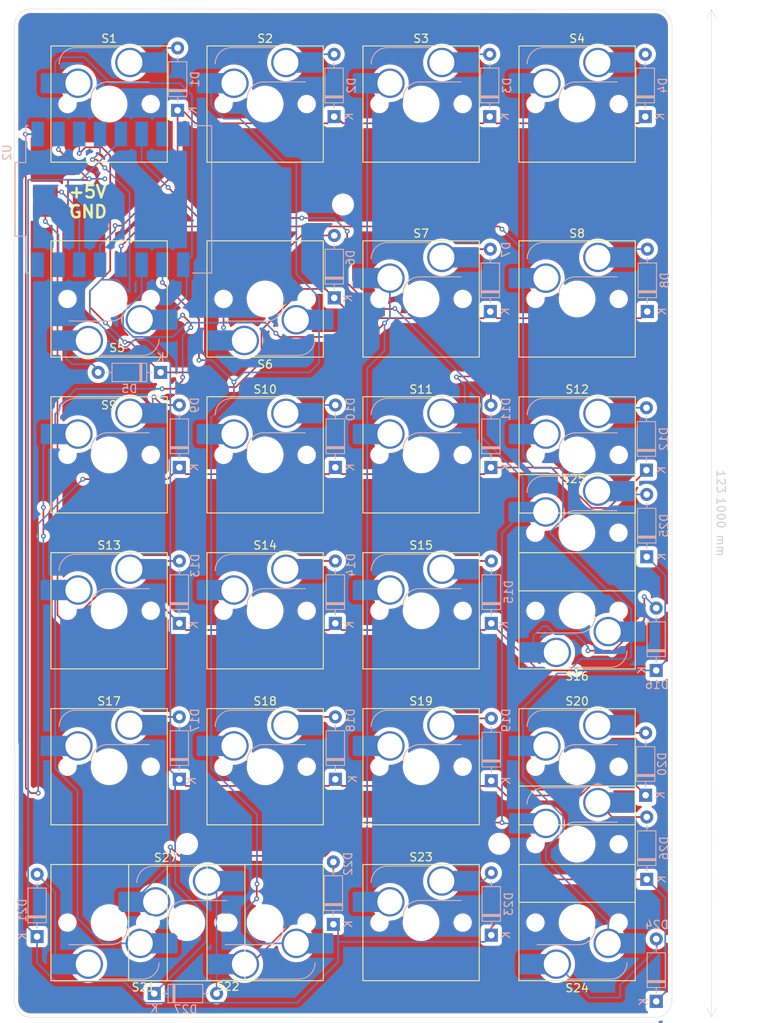
<source format=kicad_pcb>
(kicad_pcb (version 20240108) (generator "pcbnew") (generator_version "8.0")
  (layers (0 "F.Cu" signal) (31 "B.Cu" signal) (34 "B.Paste" user) (35 "F.Paste" user) (36 "B.SilkS" user "B.Silkscreen") (37 "F.SilkS" user "F.Silkscreen") (38 "B.Mask" user) (39 "F.Mask" user) (44 "Edge.Cuts" user))
  (net 0 "")
  (net 1 "Net-(D1-A)")
  (net 2 "Linha 0")
  (net 3 "Net-(D2-A)")
  (net 4 "Net-(D3-A)")
  (net 5 "Net-(D4-A)")
  (net 6 "Net-(D5-A)")
  (net 7 "Linha 1")
  (net 8 "Net-(D6-A)")
  (net 9 "Net-(D7-A)")
  (net 10 "Net-(D8-A)")
  (net 11 "Net-(D9-A)")
  (net 12 "Linha 2")
  (net 13 "Net-(D10-A)")
  (net 14 "Net-(D11-A)")
  (net 15 "Net-(D12-A)")
  (net 16 "Linha 3")
  (net 17 "Net-(D13-A)")
  (net 18 "Net-(D14-A)")
  (net 19 "Net-(D15-A)")
  (net 20 "Net-(D16-A)")
  (net 21 "Linha 4")
  (net 22 "Net-(D18-A)")
  (net 23 "Coluna 0")
  (net 24 "Coluna 1")
  (net 25 "Coluna 2")
  (net 26 "Coluna 3")
  (net 27 "Alimentação +")
  (net 28 "Linha 5")
  (net 29 "Alimentação -")
  (net 30 "Net-(D17-A)")
  (net 31 "Net-(D19-A)")
  (net 32 "Net-(D20-A)")
  (net 33 "Net-(D21-A)")
  (net 36 "Coluna 4")
  (net 38 "Net-(D22-A)")
  (net 39 "Net-(D23-A)")
  (net 40 "Net-(D24-A)")
  (net 41 "Net-(D25-A)")
  (net 42 "Net-(D26-A)")
  (net 43 "Net-(D27-A)")
  (footprint "ScottoKeebs_Hotswap:Hotswap_MX_Plated_1.00u" (layer "F.Cu") (at 93.485 38.6425)
    (property "Reference" "S4")
    (property "Value" "Keyswitch")
  )
  (footprint "ScottoKeebs_Hotswap:Hotswap_MX_Plated_1.00u" (layer "F.Cu") (at 74.435 100.555)
    (property "Reference" "S15")
    (property "Value" "Keyswitch")
  )
  (footprint "ScottoKeebs_Hotswap:Hotswap_MX_Plated_1.00u" (layer "F.Cu") (at 45.82 138.66)
    (property "Reference" "S27")
    (property "Value" "Keyswitch")
  )
  (footprint "ScottoKeebs_Hotswap:Hotswap_MX_Plated_1.00u" (layer "F.Cu") (at 93.48 100.56 180)
    (property "Reference" "S16")
    (property "Value" "Keyswitch")
  )
  (footprint "ScottoKeebs_Hotswap:Hotswap_MX_Plated_1.00u" (layer "F.Cu") (at 36.335 62.455 180)
    (property "Reference" "S5")
    (property "Value" "Keyswitch")
  )
  (footprint "ScottoKeebs_Hotswap:Hotswap_MX_Plated_1.00u" (layer "F.Cu") (at 36.335 38.6425)
    (property "Reference" "S1")
    (property "Value" "Keyswitch")
  )
  (footprint "ScottoKeebs_Hotswap:Hotswap_MX_Plated_1.00u" (layer "F.Cu") (at 55.385 38.6425)
    (property "Reference" "S2")
    (property "Value" "Keyswitch")
  )
  (footprint "ScottoKeebs_Hotswap:Hotswap_MX_Plated_1.00u" (layer "F.Cu") (at 36.335 119.605)
    (property "Reference" "S17")
    (property "Value" "Keyswitch")
  )
  (footprint "" (layer "F.Cu") (at 45.85 129.05)
    (property "Reference" "")
    (property "Value" "")
  )
  (footprint "ScottoKeebs_Hotswap:Hotswap_MX_Plated_1.00u" (layer "F.Cu") (at 93.48 138.65 180)
    (property "Reference" "S24")
    (property "Value" "Keyswitch")
  )
  (footprint "" (layer "F.Cu") (at 83.97 129.02)
    (property "Reference" "")
    (property "Value" "")
  )
  (footprint "ScottoKeebs_Hotswap:Hotswap_MX_Plated_1.00u" (layer "F.Cu") (at 93.46 91.02)
    (property "Reference" "S25")
    (property "Value" "Keyswitch")
  )
  (footprint "ScottoKeebs_Hotswap:Hotswap_MX_Plated_1.00u" (layer "F.Cu") (at 55.385 100.555)
    (property "Reference" "S14")
    (property "Value" "Keyswitch")
  )
  (footprint "ScottoKeebs_Hotswap:Hotswap_MX_Plated_1.00u" (layer "F.Cu") (at 74.43 138.65)
    (property "Reference" "S23")
    (property "Value" "Keyswitch")
  )
  (footprint "ScottoKeebs_Hotswap:Hotswap_MX_Plated_1.00u" (layer "F.Cu") (at 74.435 38.6425)
    (property "Reference" "S3")
    (property "Value" "Keyswitch")
  )
  (footprint "ScottoKeebs_Hotswap:Hotswap_MX_Plated_1.00u" (layer "F.Cu") (at 55.385 119.605)
    (property "Reference" "S18")
    (property "Value" "Keyswitch")
  )
  (footprint "ScottoKeebs_Hotswap:Hotswap_MX_Plated_1.00u" (layer "F.Cu") (at 93.48 129.07)
    (property "Reference" "S26")
    (property "Value" "Keyswitch")
  )
  (footprint "ScottoKeebs_Hotswap:Hotswap_MX_Plated_1.00u" (layer "F.Cu") (at 36.335 100.555)
    (property "Reference" "S13")
    (property "Value" "Keyswitch")
  )
  (footprint "ScottoKeebs_Hotswap:Hotswap_MX_Plated_1.00u" (layer "F.Cu") (at 36.33 138.65 180)
    (property "Reference" "S21")
    (property "Value" "Keyswitch")
  )
  (footprint "ScottoKeebs_Hotswap:Hotswap_MX_Plated_1.00u" (layer "F.Cu") (at 55.385 81.505)
    (property "Reference" "S10")
    (property "Value" "Keyswitch")
  )
  (footprint "ScottoKeebs_Hotswap:Hotswap_MX_Plated_1.00u" (layer "F.Cu") (at 93.48 119.61)
    (property "Reference" "S20")
    (property "Value" "Keyswitch")
  )
  (footprint "ScottoKeebs_Hotswap:Hotswap_MX_Plated_1.00u" (layer "F.Cu") (at 55.385 62.455 180)
    (property "Reference" "S6")
    (property "Value" "Keyswitch")
  )
  (footprint "" (layer "F.Cu") (at 64.89 50.92)
    (property "Reference" "")
    (property "Value" "")
  )
  (footprint "ScottoKeebs_Hotswap:Hotswap_MX_Plated_1.00u" (layer "F.Cu") (at 74.435 81.505)
    (property "Reference" "S11")
    (property "Value" "Keyswitch")
  )
  (footprint "ScottoKeebs_Hotswap:Hotswap_MX_Plated_1.00u" (layer "F.Cu") (at 55.39 138.65 180)
    (property "Reference" "S22")
    (property "Value" "Keyswitch")
  )
  (footprint "ScottoKeebs_Hotswap:Hotswap_MX_Plated_1.00u" (layer "F.Cu") (at 93.4925 81.51)
    (property "Reference" "S12")
    (property "Value" "Keyswitch")
  )
  (footprint "ScottoKeebs_Hotswap:Hotswap_MX_Plated_1.00u" (layer "F.Cu") (at 74.435 62.455)
    (property "Reference" "S7")
    (property "Value" "Keyswitch")
  )
  (footprint "ScottoKeebs_Hotswap:Hotswap_MX_Plated_1.00u" (layer "F.Cu") (at 93.485 62.455)
    (property "Reference" "S8")
    (property "Value" "Keyswitch")
  )
  (footprint "ScottoKeebs_Hotswap:Hotswap_MX_Plated_1.00u" (layer "F.Cu") (at 74.435 119.605)
    (property "Reference" "S19")
    (property "Value" "Keyswitch")
  )
  (footprint "ScottoKeebs_Hotswap:Hotswap_MX_Plated_1.00u" (layer "F.Cu") (at 36.335 81.505)
    (property "Reference" "S9")
    (property "Value" "Keyswitch")
  )
  (footprint "Diode_THT:D_DO-35_SOD27_P7.62mm_Horizontal" (layer "B.Cu") (at 44.91 121.14 90)
    (property "Reference" "D17")
    (property "Value" "Diode")
  )
  (footprint "Diode_THT:D_DO-35_SOD27_P7.62mm_Horizontal" (layer "B.Cu") (at 44.91 102.09 90)
    (property "Reference" "D13")
    (property "Value" "Diode")
  )
  (footprint "Diode_THT:D_DO-35_SOD27_P7.62mm_Horizontal" (layer "B.Cu") (at 82.96 83.05 90)
    (property "Reference" "D11")
    (property "Value" "Diode")
  )
  (footprint "Diode_THT:D_DO-35_SOD27_P7.62mm_Horizontal" (layer "B.Cu") (at 63.96 102.09 90)
    (property "Reference" "D14")
    (property "Value" "Diode")
  )
  (footprint "Diode_THT:D_DO-35_SOD27_P7.62mm_Horizontal" (layer "B.Cu") (at 83.01 121.32 90)
    (property "Reference" "D19")
    (property "Value" "Diode")
  )
  (footprint "Diode_THT:D_DO-35_SOD27_P7.62mm_Horizontal" (layer "B.Cu") (at 101.81 40.18 90)
    (property "Reference" "D4")
    (property "Value" "Diode")
  )
  (footprint "Diode_THT:D_DO-35_SOD27_P7.62mm_Horizontal" (layer "B.Cu") (at 44.7 39.41 90)
    (property "Reference" "D1")
    (property "Value" "Diode")
  )
  (footprint "Diode_THT:D_DO-35_SOD27_P7.62mm_Horizontal" (layer "B.Cu") (at 103.15 148.27 90)
    (property "Reference" "D24")
    (property "Value" "Diode")
  )
  (footprint "Diode_THT:D_DO-35_SOD27_P7.62mm_Horizontal" (layer "B.Cu") (at 83.01 102.09 90)
    (property "Reference" "D15")
    (property "Value" "Diode")
  )
  (footprint "Diode_THT:D_DO-35_SOD27_P7.62mm_Horizontal" (layer "B.Cu") (at 101.855 123.09 90)
    (property "Reference" "D20")
    (property "Value" "Diode")
  )
  (footprint "Diode_THT:D_DO-35_SOD27_P7.62mm_Horizontal" (layer "B.Cu") (at 41.84 147.32)
    (property "Reference" "D27")
    (property "Value" "Diode")
  )
  (footprint "" (layer "B.Cu") (at 28.54 49.4 180)
    (property "Reference" "")
    (property "Value" "")
  )
  (footprint "Diode_THT:D_DO-35_SOD27_P7.62mm_Horizontal" (layer "B.Cu") (at 63.81 40.18 90)
    (property "Reference" "D2")
    (property "Value" "Diode")
  )
  (footprint "Diode_THT:D_DO-35_SOD27_P7.62mm_Horizontal" (layer "B.Cu") (at 63.96 121.14 90)
    (property "Reference" "D18")
    (property "Value" "Diode")
  )
  (footprint "Diode_THT:D_DO-35_SOD27_P7.62mm_Horizontal" (layer "B.Cu") (at 63.72 138.86 90)
    (property "Reference" "D22")
    (property "Value" "Diode")
  )
  (footprint "Diode_THT:D_DO-35_SOD27_P7.62mm_Horizontal" (layer "B.Cu") (at 63.96 83.04 90)
    (property "Reference" "D10")
    (property "Value" "Diode")
  )
  (footprint "Diode_THT:D_DO-35_SOD27_P7.62mm_Horizontal" (layer "B.Cu") (at 101.99 93.96 90)
    (property "Reference" "D25")
    (property "Value" "Diode")
  )
  (footprint "Diode_THT:D_DO-35_SOD27_P7.62mm_Horizontal" (layer "B.Cu") (at 101.95 83.37 90)
    (property "Reference" "D12")
    (property "Value" "Diode")
  )
  (footprint "Diode_THT:D_DO-35_SOD27_P7.62mm_Horizontal" (layer "B.Cu") (at 101.99 133.37 90)
    (property "Reference" "D26")
    (property "Value" "Diode")
  )
  (footprint "Diode_THT:D_DO-35_SOD27_P7.62mm_Horizontal" (layer "B.Cu") (at 44.91 83.04 90)
    (property "Reference" "D9")
    (property "Value" "Diode")
  )
  (footprint "Diode_THT:D_DO-35_SOD27_P7.62mm_Horizontal" (layer "B.Cu") (at 27.54 140.36 90)
    (property "Reference" "D21")
    (property "Value" "Diode")
  )
  (footprint "Diode_THT:D_DO-35_SOD27_P7.62mm_Horizontal" (layer "B.Cu") (at 42.62 71.43 180)
    (property "Reference" "D5")
    (property "Value" "Diode" (hide yes))
  )
  (footprint "Diode_THT:D_DO-35_SOD27_P7.62mm_Horizontal" (layer "B.Cu") (at 82.885 63.99 90)
    (property "Reference" "D7")
    (property "Value" "Diode")
  )
  (footprint "Diode_THT:D_DO-35_SOD27_P7.62mm_Horizontal" (layer "B.Cu") (at 82.81 40.18 90)
    (property "Reference" "D3")
    (property "Value" "Diode")
  )
  (footprint "ESP32-C3-SuperMini:ESP32-C3_SUPERMINI" (layer "B.Cu") (at 37.51 50.29 -90)
    (property "Reference" "U2")
    (property "Value" "ESP32-C3_SUPERMINI_SMD" (hide yes))
  )
  (footprint "" (layer "B.Cu") (at 28.54 51.65 180)
    (property "Reference" "")
    (property "Value" "")
  )
  (footprint "Diode_THT:D_DO-35_SOD27_P7.62mm_Horizontal" (layer "B.Cu") (at 103.14 107.84 90)
    (property "Reference" "D16")
    (property "Value" "Diode")
  )
  (footprint "Diode_THT:D_DO-35_SOD27_P7.62mm_Horizontal" (layer "B.Cu") (at 63.83 62.32 90)
    (property "Reference" "D6")
    (property "Value" "Diode")
  )
  (footprint "Diode_THT:D_DO-35_SOD27_P7.62mm_Horizontal" (layer "B.Cu") (at 83.005 140.185 90)
    (property "Reference" "D23")
    (property "Value" "Diode")
  )
  (footprint "Diode_THT:D_DO-35_SOD27_P7.62mm_Horizontal" (layer "B.Cu") (at 102.06 63.99 90)
    (property "Reference" "D8")
    (property "Value" "Diode")
  )
  (gr_arc (start 24.747001 29.049) (mid 25.3617 27.618465) (end 26.798958 27.019652) (stroke (width 0.05)) (layer "Edge.Cuts"))
  (gr_line (start 24.81 122.18) (end 24.736 148.19) (stroke (width 0.05)) (layer "Edge.Cuts"))
  (gr_line (start 26.799 27.024) (end 103.005 27.058) (stroke (width 0.05)) (layer "Edge.Cuts"))
  (gr_arc (start 26.812982 150.243207) (mid 25.354448 149.641511) (end 24.736 148.19) (stroke (width 0.05)) (layer "Edge.Cuts"))
  (gr_arc (start 103.005 27.058) (mid 104.456621 27.653332) (end 105.070837 29.097065) (stroke (width 0.05)) (layer "Edge.Cuts"))
  (gr_line (start 26.813 150.237) (end 102.996 150.235) (stroke (width 0.05)) (layer "Edge.Cuts"))
  (gr_arc (start 105.075152 148.181) (mid 104.464639 149.642317) (end 102.996 150.235) (stroke (width 0.05)) (layer "Edge.Cuts"))
  (gr_line (start 24.742 116.94) (end 24.747 29.049) (stroke (width 0.05)) (layer "Edge.Cuts"))
  (gr_line (start 24.81 122.18) (end 24.81 116.93) (stroke (width 0.05)) (layer "Edge.Cuts"))
  (gr_line (start 105.074 148.181) (end 105.076 29.097) (stroke (width 0.05)) (layer "Edge.Cuts"))
  (gr_text "GND" (at 31.28 52.68 0) (layer "F.SilkS") (effects (font (size 1.5 1.5) (thickness 0.3) (bold yes)) (justify left bottom)))
  (gr_text "+5V\n" (at 31.24 50.24 0) (layer "F.SilkS") (effects (font (size 1.5 1.5) (thickness 0.3) (bold yes)) (justify left bottom)))
  (dimension (type aligned) (layer "Edge.Cuts") (pts (xy 109.876 27.083) (xy 109.906 150.183)) (height -0.001465) (gr_text "123,1000 mm" (at 111.042465 88.63272 270.0139632) (layer "Edge.Cuts") (effects (font (size 1 1) (thickness 0.15)))) (format (prefix "") (suffix "") (units 3) (units_format 1) (precision 4)) (style (thickness 0.05) (arrow_length 1.27) (text_position_mode 0) (extension_height 0.58642) (extension_offset 0.5) keep_text_aligned))
  (segment (start 44.7 31.79) (end 43.4275 31.79) (width 0.2) (layer "B.Cu") (net 1))
  (segment (start 43.4275 31.79) (end 41.655 33.5625) (width 0.2) (layer "B.Cu") (net 1))
  (segment (start 62.9975 40.9925) (end 63.81 40.18) (width 0.2) (layer "F.Cu") (net 2))
  (segment (start 82.81 40.18) (end 83.6225 40.9925) (width 0.2) (layer "F.Cu") (net 2))
  (segment (start 81.9975 40.9925) (end 82.81 40.18) (width 0.2) (layer "F.Cu") (net 2))
  (segment (start 37.067015 53.5) (end 37.957015 53.5) (width 0.2) (layer "F.Cu") (net 2))
  (segment (start 83.6225 40.9925) (end 100.9975 40.9925) (width 0.2) (layer "F.Cu") (net 2))
  (segment (start 45.29 39.41) (end 46.8725 40.9925) (width 0.2) (layer "F.Cu") (net 2))
  (segment (start 63.81 40.18) (end 64.06 40.18) (width 0.2) (layer "F.Cu") (net 2))
  (segment (start 44.7 46.757015) (end 44.7 39.41) (width 0.2) (layer "F.Cu") (net 2))
  (segment (start 44.7 39.41) (end 45.29 39.41) (width 0.2) (layer "F.Cu") (net 2))
  (segment (start 100.9975 40.9925) (end 101.81 40.18) (width 0.2) (layer "F.Cu") (net 2))
  (segment (start 46.8725 40.9925) (end 62.9975 40.9925) (width 0.2) (layer "F.Cu") (net 2))
  (segment (start 64.06 40.18) (end 64.8725 40.9925) (width 0.2) (layer "F.Cu") (net 2))
  (segment (start 64.8725 40.9925) (end 81.9975 40.9925) (width 0.2) (layer "F.Cu") (net 2))
  (segment (start 37.957015 53.5) (end 44.7 46.757015) (width 0.2) (layer "F.Cu") (net 2))
  (via (at 37.067015 53.5) (size 0.6) (drill 0.3) (layers "F.Cu" "B.Cu") (net 2))
  (segment (start 37.067015 54.062985) (end 35.23 55.9) (width 0.2) (layer "B.Cu") (net 2))
  (segment (start 37.067015 53.5) (end 37.067015 54.062985) (width 0.2) (layer "B.Cu") (net 2))
  (segment (start 35.23 55.9) (end 35.23 58.275) (width 0.2) (layer "B.Cu") (net 2))
  (segment (start 58.9275 32.56) (end 57.925 33.5625) (width 0.2) (layer "F.Cu") (net 3))
  (segment (start 61.7075 32.56) (end 60.705 33.5625) (width 0.2) (layer "B.Cu") (net 3))
  (segment (start 63.81 32.56) (end 61.7075 32.56) (width 0.2) (layer "B.Cu") (net 3))
  (segment (start 77.9775 32.56) (end 76.975 33.5625) (width 0.2) (layer "F.Cu") (net 4))
  (segment (start 82.81 32.56) (end 80.7575 32.56) (width 0.2) (layer "B.Cu") (net 4))
  (segment (start 80.7575 32.56) (end 79.755 33.5625) (width 0.2) (layer "B.Cu") (net 4))
  (segment (start 97.0275 32.56) (end 96.025 33.5625) (width 0.2) (layer "F.Cu") (net 5))
  (segment (start 34.578402 67.535) (end 33.795 67.535) (width 0.2) (layer "F.Cu") (net 6))
  (segment (start 31.015 69.635) (end 31.015 67.535) (width 0.2) (layer "B.Cu") (net 6))
  (segment (start 31.81 70.43) (end 31.015 69.635) (width 0.2) (layer "B.Cu") (net 6))
  (segment (start 34.31 70.43) (end 31.81 70.43) (width 0.2) (layer "B.Cu") (net 6))
  (segment (start 35 71.43) (end 35 71.12) (width 0.2) (layer "B.Cu") (net 6))
  (segment (start 35 71.12) (end 34.31 70.43) (width 0.2) (layer "B.Cu") (net 6))
  (segment (start 83.7 64.805) (end 101.245 64.805) (width 0.2) (layer "F.Cu") (net 7))
  (segment (start 38.264265 67.724265) (end 38.914265 67.724265) (width 0.2) (layer "F.Cu") (net 7))
  (segment (start 33.985 63.465) (end 35.892436 65.372436) (width 0.2) (layer "F.Cu") (net 7))
  (segment (start 51.823529 73.215) (end 48.985 73.215) (width 0.2) (layer "F.Cu") (net 7))
  (segment (start 36.467015 44.938486) (end 36.467015 58.999583) (width 0.2) (layer "F.Cu") (net 7))
  (segment (start 36.467015 58.999583) (end 33.985 61.481598) (width 0.2) (layer "F.Cu") (net 7))
  (segment (start 63.83 62.32) (end 62.74 61.23) (width 0.2) (layer "F.Cu") (net 7))
  (segment (start 82.07 64.805) (end 82.885 63.99) (width 0.2) (layer "F.Cu") (net 7))
  (segment (start 33.44 43.93) (end 35.458529 43.93) (width 0.2) (layer "F.Cu") (net 7))
  (segment (start 54.945 66.242588) (end 54.945 70.093529) (width 0.2) (layer "F.Cu") (net 7))
  (segment (start 48.985 73.215) (end 47.2 71.43) (width 0.2) (layer "F.Cu") (net 7))
  (segment (start 66.315 64.805) (end 82.07 64.805) (width 0.2) (layer "F.Cu") (net 7))
  (segment (start 32.69 44.68) (end 33.44 43.93) (width 0.2) (layer "F.Cu") (net 7))
  (segment (start 47.2 71.43) (end 42.62 71.43) (width 0.2) (layer "F.Cu") (net 7))
  (segment (start 33.985 61.481598) (end 33.985 63.465) (width 0.2) (layer "F.Cu") (net 7))
  (segment (start 101.245 64.805) (end 102.06 63.99) (width 0.2) (layer "F.Cu") (net 7))
  (segment (start 63.83 62.32) (end 66.315 64.805) (width 0.2) (layer "F.Cu") (net 7))
  (segment (start 62.74 61.23) (end 59.957588 61.23) (width 0.2) (layer "F.Cu") (net 7))
  (segment (start 59.957588 61.23) (end 54.945 66.242588) (width 0.2) (layer "F.Cu") (net 7))
  (segment (start 54.945 70.093529) (end 51.823529 73.215) (width 0.2) (layer "F.Cu") (net 7))
  (segment (start 82.885 63.99) (end 83.7 64.805) (width 0.2) (layer "F.Cu") (net 7))
  (segment (start 38.914265 67.724265) (end 42.62 71.43) (width 0.2) (layer "F.Cu") (net 7))
  (segment (start 35.458529 43.93) (end 36.467015 44.938486) (width 0.2) (layer "F.Cu") (net 7))
  (via (at 35.892436 65.372436) (size 0.6) (drill 0.3) (layers "F.Cu" "B.Cu") (net 7))
  (via (at 32.69 44.68) (size 0.6) (drill 0.3) (layers "F.Cu" "B.Cu") (net 7))
  (via (at 38.264265 67.724265) (size 0.6) (drill 0.3) (layers "F.Cu" "B.Cu") (net 7))
  (segment (start 38.264265 67.724265) (end 38.244265 67.724265) (width 0.2) (layer "B.Cu") (net 7))
  (segment (start 32.69 44.68) (end 32.69 42.305) (width 0.2) (layer "B.Cu") (net 7))
  (segment (start 38.244265 67.724265) (end 35.892436 65.372436) (width 0.2) (layer "B.Cu") (net 7))
  (segment (start 52.845 61.647412) (end 50.31 64.182412) (width 0.2) (layer "F.Cu") (net 8))
  (segment (start 50.31 64.182412) (end 50.31 65.955) (width 0.2) (layer "F.Cu") (net 8))
  (segment (start 63.83 54.7) (end 59.792412 54.7) (width 0.2) (layer "F.Cu") (net 8))
  (segment (start 59.792412 54.7) (end 52.845 61.647412) (width 0.2) (layer "F.Cu") (net 8))
  (via (at 50.31 65.955) (size 0.6) (drill 0.3) (layers "F.Cu" "B.Cu") (net 8))
  (segment (start 50.31 67.29) (end 50.065 67.535) (width 0.2) (layer "B.Cu") (net 8))
  (segment (start 50.31 65.955) (end 50.31 67.29) (width 0.2) (layer "B.Cu") (net 8))
  (segment (start 77.98 56.37) (end 76.975 57.375) (width 0.2) (layer "F.Cu") (net 9))
  (segment (start 82.885 56.37) (end 77.98 56.37) (width 0.2) (layer "F.Cu") (net 9))
  (segment (start 97.03 56.37) (end 96.025 57.375) (width 0.2) (layer "F.Cu") (net 10))
  (segment (start 102.06 56.37) (end 99.81 56.37) (width 0.2) (layer "B.Cu") (net 10))
  (segment (start 99.81 56.37) (end 98.805 57.375) (width 0.2) (layer "B.Cu") (net 10))
  (segment (start 42.8 75.42) (end 41.81 74.43) (width 0.2) (layer "F.Cu") (net 11))
  (segment (start 39.88 75.42) (end 38.875 76.425) (width 0.2) (layer "F.Cu") (net 11))
  (segment (start 44.91 75.42) (end 42.8 75.42) (width 0.2) (layer "F.Cu") (net 11))
  (via (at 41.81 74.43) (size 0.6) (drill 0.3) (layers "F.Cu" "B.Cu") (net 11))
  (segment (start 41.655 74.585) (end 41.655 76.425) (width 0.2) (layer "B.Cu") (net 11))
  (segment (start 41.81 74.43) (end 41.655 74.585) (width 0.2) (layer "B.Cu") (net 11))
  (segment (start 82.96 83.05) (end 90.320151 83.05) (width 0.2) (layer "F.Cu") (net 12))
  (segment (start 63.145 83.855) (end 63.96 83.04) (width 0.2) (layer "F.Cu") (net 12))
  (segment (start 44.91 83.04) (end 43.48 84.47) (width 0.2) (layer "F.Cu") (net 12))
  (segment (start 43.48 84.47) (end 33.125 84.47) (width 0.2) (layer "F.Cu") (net 12))
  (segment (start 82.155 83.855) (end 82.96 83.05) (width 0.2) (layer "F.Cu") (net 12))
  (segment (start 64.775 83.855) (end 82.155 83.855) (width 0.2) (layer "F.Cu") (net 12))
  (segment (start 44.91 83.04) (end 45.725 83.855) (width 0.2) (layer "F.Cu") (net 12))
  (segment (start 63.96 83.04) (end 64.775 83.855) (width 0.2) (layer "F.Cu") (net 12))
  (segment (start 90.320151 83.05) (end 95.260151 87.99) (width 0.2) (layer "F.Cu") (net 12))
  (segment (start 45.725 83.855) (end 63.145 83.855) (width 0.2) (layer "F.Cu") (net 12))
  (segment (start 26.784315 122.83) (end 26.16 122.205685) (width 0.2) (layer "F.Cu") (net 12))
  (segment (start 26.16 42.38) (end 26.11 42.33) (width 0.2) (layer "F.Cu") (net 12))
  (segment (start 95.260151 87.99) (end 97.33 87.99) (width 0.2) (layer "F.Cu") (net 12))
  (segment (start 27.67 122.83) (end 26.784315 122.83) (width 0.2) (layer "F.Cu") (net 12))
  (segment (start 26.16 122.205685) (end 26.16 42.38) (width 0.2) (layer "F.Cu") (net 12))
  (segment (start 97.33 87.99) (end 101.95 83.37) (width 0.2) (layer "F.Cu") (net 12))
  (via (at 26.11 42.33) (size 0.6) (drill 0.3) (layers "F.Cu" "B.Cu") (net 12))
  (via (at 33.125 84.47) (size 0.6) (drill 0.3) (layers "F.Cu" "B.Cu") (net 12))
  (via (at 27.67 122.83) (size 0.6) (drill 0.3) (layers "F.Cu" "B.Cu") (net 12))
  (segment (start 27.67 122.83) (end 27.67 89.925) (width 0.2) (layer "B.Cu") (net 12))
  (segment (start 27.67 89.925) (end 33.125 84.47) (width 0.2) (layer "B.Cu") (net 12))
  (segment (start 27.585 42.33) (end 27.61 42.305) (width 0.2) (layer "B.Cu") (net 12))
  (segment (start 26.11 42.33) (end 27.585 42.33) (width 0.2) (layer "B.Cu") (net 12))
  (segment (start 58.93 75.42) (end 57.925 76.425) (width 0.2) (layer "F.Cu") (net 13))
  (segment (start 61.71 75.42) (end 60.705 76.425) (width 0.2) (layer "B.Cu") (net 13))
  (segment (start 63.96 75.42) (end 61.71 75.42) (width 0.2) (layer "B.Cu") (net 13))
  (segment (start 78.81 71.93) (end 78.748235 71.991765) (width 0.2) (layer "F.Cu") (net 14))
  (segment (start 82.96 75.43) (end 82.96 73.58) (width 0.2) (layer "F.Cu") (net 14))
  (segment (start 82.96 73.58) (end 81.31 71.93) (width 0.2) (layer "F.Cu") (net 14))
  (segment (start 81.31 71.93) (end 78.81 71.93) (width 0.2) (layer "F.Cu") (net 14))
  (segment (start 77.97 75.43) (end 76.975 76.425) (width 0.2) (layer "F.Cu") (net 14))
  (via (at 78.748235 71.991765) (size 0.6) (drill 0.3) (layers "F.Cu" "B.Cu") (net 14))
  (segment (start 79.755 72.99853) (end 79.755 76.425) (width 0.2) (layer "B.Cu") (net 14))
  (segment (start 78.748235 71.991765) (end 79.755 72.99853) (width 0.2) (layer "B.Cu") (net 14))
  (segment (start 99.4925 75.75) (end 98.8125 76.43) (width 0.2) (layer "B.Cu") (net 15))
  (segment (start 101.95 75.75) (end 99.4925 75.75) (width 0.2) (layer "B.Cu") (net 15))
  (segment (start 63.145 102.905) (end 63.96 102.09) (width 0.2) (layer "F.Cu") (net 16))
  (segment (start 63.96 102.09) (end 64.775 102.905) (width 0.2) (layer "F.Cu") (net 16))
  (segment (start 31.31 47.93) (end 33.74403 47.93) (width 0.2) (layer "F.Cu") (net 16))
  (segment (start 88.769265 107.849265) (end 83.01 102.09) (width 0.2) (layer "F.Cu") (net 16))
  (segment (start 30.03 53.0345) (end 30.03 101.09) (width 0.2) (layer "F.Cu") (net 16))
  (segment (start 82.195 102.905) (end 83.01 102.09) (width 0.2) (layer "F.Cu") (net 16))
  (segment (start 33.74403 47.93) (end 33.897015 47.777015) (width 0.2) (layer "F.Cu") (net 16))
  (segment (start 44.91 102.09) (end 45.725 102.905) (width 0.2) (layer "F.Cu") (net 16))
  (segment (start 31.31 47.93) (end 31.31 51.7545) (width 0.2) (layer "F.Cu") (net 16))
  (segment (start 35.337412 98.205) (end 41.025 98.205) (width 0.2) (layer "F.Cu") (net 16))
  (segment (start 93.389265 107.849265) (end 88.769265 107.849265) (width 0.2) (layer "F.Cu") (net 16))
  (segment (start 64.775 102.905) (end 82.195 102.905) (width 0.2) (layer "F.Cu") (net 16))
  (segment (start 30.72 101.78) (end 31.762412 101.78) (width 0.2) (layer "F.Cu") (net 16))
  (segment (start 33.737015 47.777015) (end 30.16 44.2) (width 0.2) (layer "F.Cu") (net 16))
  (segment (start 33.897015 47.777015) (end 33.737015 47.777015) (width 0.2) (layer "F.Cu") (net 16))
  (segment (start 41.025 98.205) (end 44.91 102.09) (width 0.2) (layer "F.Cu") (net 16))
  (segment (start 31.31 51.7545) (end 30.03 53.0345) (width 0.2) (layer "F.Cu") (net 16))
  (segment (start 45.725 102.905) (end 63.145 102.905) (width 0.2) (layer "F.Cu") (net 16))
  (segment (start 31.762412 101.78) (end 35.337412 98.205) (width 0.2) (layer "F.Cu") (net 16))
  (segment (start 30.03 101.09) (end 30.72 101.78) (width 0.2) (layer "F.Cu") (net 16))
  (via (at 35.81 47.78) (size 0.6) (drill 0.3) (layers "F.Cu" "B.Cu") (net 16))
  (via (at 30.16 44.2) (size 0.6) (drill 0.3) (layers "F.Cu" "B.Cu") (net 16))
  (via (at 93.389265 107.849265) (size 0.6) (drill 0.3) (layers "F.Cu" "B.Cu") (net 16))
  (via (at 33.897015 47.777015) (size 0.6) (drill 0.3) (layers "F.Cu" "B.Cu") (net 16))
  (segment (start 98.650735 107.849265) (end 98.66 107.84) (width 0.2) (layer "B.Cu") (net 16))
  (segment (start 98.66 107.84) (end 103.14 107.84) (width 0.2) (layer "B.Cu") (net 16))
  (segment (start 104.24 96.21) (end 101.99 93.96) (width 0.2) (layer "B.Cu") (net 16))
  (segment (start 33.9 47.78) (end 33.897015 47.777015) (width 0.2) (layer "B.Cu") (net 16))
  (segment (start 35.81 47.78) (end 33.9 47.78) (width 0.2) (layer "B.Cu") (net 16))
  (segment (start 103.14 107.84) (end 104.24 106.74) (width 0.2) (layer "B.Cu") (net 16))
  (segment (start 30.16 44.2) (end 30.16 42.315) (width 0.2) (layer "B.Cu") (net 16))
  (segment (start 104.24 106.74) (end 104.24 96.21) (width 0.2) (layer "B.Cu") (net 16))
  (segment (start 98.650735 107.849265) (end 93.389265 107.849265) (width 0.2) (layer "B.Cu") (net 16))
  (segment (start 30.16 42.315) (end 30.15 42.305) (width 0.2) (layer "B.Cu") (net 16))
  (segment (start 39.88 94.47) (end 38.875 95.475) (width 0.2) (layer "F.Cu") (net 17))
  (segment (start 44.91 94.47) (end 39.88 94.47) (width 0.2) (layer "F.Cu") (net 17))
  (segment (start 63.96 94.47) (end 58.93 94.47) (width 0.2) (layer "F.Cu") (net 18))
  (segment (start 58.93 94.47) (end 57.925 95.475) (width 0.2) (layer "F.Cu") (net 18))
  (segment (start 83.01 94.47) (end 77.98 94.47) (width 0.2) (layer "F.Cu") (net 19))
  (segment (start 77.98 94.47) (end 76.975 95.475) (width 0.2) (layer "F.Cu") (net 19))
  (segment (start 101.69 101.669849) (end 97.719849 105.64) (width 0.2) (layer "F.Cu") (net 20))
  (segment (start 101.69 98.84) (end 101.69 101.669849) (width 0.2) (layer "F.Cu") (net 20))
  (segment (start 94.81 105.43) (end 97.509849 105.43) (width 0.2) (layer "F.Cu") (net 20))
  (segment (start 97.509849 105.43) (end 97.719849 105.64) (width 0.2) (layer "F.Cu") (net 20))
  (via (at 101.69 98.84) (size 0.6) (drill 0.3) (layers "F.Cu" "B.Cu") (net 20))
  (via (at 94.81 105.43) (size 0.6) (drill 0.3) (layers "F.Cu" "B.Cu") (net 20))
  (segment (start 89.81 102.43) (end 90.81 103.43) (width 0.2) (layer "B.Cu") (net 20))
  (segment (start 103.14 100.22) (end 101.76 98.84) (width 0.2) (layer "B.Cu") (net 20))
  (segment (start 88.16 103.58) (end 89.31 102.43) (width 0.2) (layer "B.Cu") (net 20))
  (segment (start 101.76 98.84) (end 101.69 98.84) (width 0.2) (layer "B.Cu") (net 20))
  (segment (start 88.16 105.64) (end 88.16 103.58) (width 0.2) (layer "B.Cu") (net 20))
  (segment (start 89.31 102.43) (end 89.81 102.43) (width 0.2) (layer "B.Cu") (net 20))
  (segment (start 90.81 103.43) (end 93.31 103.43) (width 0.2) (layer "B.Cu") (net 20))
  (segment (start 94.81 104.93) (end 94.81 105.43) (width 0.2) (layer "B.Cu") (net 20))
  (segment (start 93.31 103.43) (end 94.81 104.93) (width 0.2) (layer "B.Cu") (net 20))
  (segment (start 101.68 98.83) (end 101.69 98.84) (width 0.2) (layer "B.Cu") (net 20))
  (segment (start 93.92 123.120151) (end 95.150151 121.89) (width 0.2) (layer "F.Cu") (net 21))
  (segment (start 95.150151 121.89) (end 100.655 121.89) (width 0.2) (layer "F.Cu") (net 21))
  (segment (start 44.91 121.14) (end 45.725 121.955) (width 0.2) (layer "F.Cu") (net 21))
  (segment (start 83.01 121.32) (end 84.810151 123.120151) (width 0.2) (layer "F.Cu") (net 21))
  (segment (start 82.375 121.955) (end 83.01 121.32) (width 0.2) (layer "F.Cu") (net 21))
  (segment (start 34.81 45.43) (end 35.81 46.43) (width 0.2) (layer "F.Cu") (net 21))
  (segment (start 84.810151 123.120151) (end 93.92 123.120151) (width 0.2) (layer "F.Cu") (net 21))
  (segment (start 100.655 121.89) (end 101.855 123.09) (width 0.2) (layer "F.Cu") (net 21))
  (segment (start 63.96 121.14) (end 64.775 121.955) (width 0.2) (layer "F.Cu") (net 21))
  (segment (start 34.31 45.43) (end 34.81 45.43) (width 0.2) (layer "F.Cu") (net 21))
  (segment (start 64.775 121.955) (end 82.375 121.955) (width 0.2) (layer "F.Cu") (net 21))
  (segment (start 45.725 121.955) (end 63.145 121.955) (width 0.2) (layer "F.Cu") (net 21))
  (segment (start 63.145 121.955) (end 63.96 121.14) (width 0.2) (layer "F.Cu") (net 21))
  (via (at 34.31 45.43) (size 0.6) (drill 0.3) (layers "F.Cu" "B.Cu") (net 21))
  (via (at 35.81 46.43) (size 0.6) (drill 0.3) (layers "F.Cu" "B.Cu") (net 21))
  (segment (start 37.995736 68.324265) (end 38.512794 68.324265) (width 0.2) (layer "B.Cu") (net 21))
  (segment (start 41.065 67.495) (end 43.81 70.24) (width 0.2) (layer "B.Cu") (net 21))
  (segment (start 43.81 120.04) (end 44.91 121.14) (width 0.2) (layer "B.Cu") (net 21))
  (segment (start 39.342059 67.495) (end 41.065 67.495) (width 0.2) (layer "B.Cu") (net 21))
  (segment (start 44.91 121.14) (end 44.4 121.65) (width 0.2) (layer "B.Cu") (net 21))
  (segment (start 35.81 46.43) (end 38.832 49.452) (width 0.2) (layer "B.Cu") (net 21))
  (segment (start 48.17 137.686598) (end 48.17 140.99) (width 0.2) (layer "B.Cu") (net 21))
  (segment (start 35.23 44.51) (end 34.31 45.43) (width 0.2) (layer "B.Cu") (net 21))
  (segment (start 35.361598 60.105) (end 33.985 61.481598) (width 0.2) (layer "B.Cu") (net 21))
  (segment (start 38.832 49.452) (end 38.832 61.628598) (width 0.2) (layer "B.Cu") (net 21))
  (segment (start 37.308402 60.105) (end 35.361598 60.105) (width 0.2) (layer "B.Cu") (net 21))
  (segment (start 33.985 64.313529) (end 37.995736 68.324265) (width 0.2) (layer "B.Cu") (net 21))
  (segment (start 44.4 133.916598) (end 48.17 137.686598) (width 0.2) (layer "B.Cu") (net 21))
  (segment (start 33.985 61.481598) (end 33.985 64.313529) (width 0.2) (layer "B.Cu") (net 21))
  (segment (start 38.512794 68.324265) (end 39.342059 67.495) (width 0.2) (layer "B.Cu") (net 21))
  (segment (start 48.17 140.99) (end 41.84 147.32) (width 0.2) (layer "B.Cu") (net 21))
  (segment (start 44.4 121.65) (end 44.4 133.916598) (width 0.2) (layer "B.Cu") (net 21))
  (segment (start 35.23 42.305) (end 35.23 44.51) (width 0.2) (layer "B.Cu") (net 21))
  (segment (start 43.81 70.24) (end 43.81 120.04) (width 0.2) (layer "B.Cu") (net 21))
  (segment (start 38.832 61.628598) (end 37.308402 60.105) (width 0.2) (layer "B.Cu") (net 21))
  (segment (start 63.96 113.52) (end 58.93 113.52) (width 0.2) (layer "F.Cu") (net 22))
  (segment (start 58.93 113.52) (end 57.925 114.525) (width 0.2) (layer "F.Cu") (net 22))
  (segment (start 45.31 72.43) (end 45.31 71.93) (width 0.2) (layer "F.Cu") (net 23))
  (segment (start 45.31 71.93) (end 45.31 72.03) (width 0.2) (layer "F.Cu") (net 23))
  (segment (start 46.31 65.955) (end 46.31 65.43) (width 0.2) (layer "F.Cu") (net 23))
  (segment (start 46.31 65.43) (end 45.31 64.43) (width 0.2) (layer "F.Cu") (net 23))
  (segment (start 42.81 73.43) (end 44.31 73.43) (width 0.2) (layer "F.Cu") (net 23))
  (segment (start 44.31 73.43) (end 45.31 72.43) (width 0.2) (layer "F.Cu") (net 23))
  (segment (start 28.31 87.93) (end 28.31 91.43) (width 0.2) (layer "F.Cu") (net 23))
  (via (at 46.31 65.955) (size 0.6) (drill 0.3) (layers "F.Cu" "B.Cu") (net 23))
  (via (at 28.31 87.93) (size 0.6) (drill 0.3) (layers "F.Cu" "B.Cu") (net 23))
  (via (at 45.31 64.43) (size 0.6) (drill 0.3) (layers "F.Cu" "B.Cu") (net 23))
  (via (at 45.31 72.03) (size 0.6) (drill 0.3) (layers "F.Cu" "B.Cu") (net 23))
  (via (at 42.81 73.43) (size 0.6) (drill 0.3) (layers "F.Cu" "B.Cu") (net 23))
  (via (at 28.31 91.43) (size 0.6) (drill 0.3) (layers "F.Cu" "B.Cu") (net 23))
  (segment (start 29.75 78.965) (end 28.31 80.405) (width 0.2) (layer "B.Cu") (net 23))
  (segment (start 32.48 122.562412) (end 29.75 119.832412) (width 0.2) (layer "B.Cu") (net 23))
  (segment (start 32.48 138.123402) (end 32.48 122.562412) (width 0.2) (layer "B.Cu") (net 23))
  (segment (start 35.546598 141.19) (end 32.48 138.123402) (width 0.2) (layer "B.Cu") (net 23))
  (segment (start 45.31 72.03) (end 45.31 66.955) (width 0.2) (layer "B.Cu") (net 23))
  (segment (start 30.31 75.93) (end 29.75 76.49) (width 0.2) (layer "B.Cu") (net 23))
  (segment (start 45.39 58.275) (end 46.452 57.213) (width 0.2) (layer "B.Cu") (net 23))
  (segment (start 29.75 33.49) (end 29.75 36.1025) (width 0.2) (layer "B.Cu") (net 23))
  (segment (start 45.8 62.115) (end 42.92 64.995) (width 0.2) (layer "B.Cu") (net 23))
  (segment (start 28.31 80.405) (end 28.31 87.93) (width 0.2) (layer "B.Cu") (net 23))
  (segment (start 42.81 73.43) (end 32.31 73.43) (width 0.2) (layer "B.Cu") (net 23))
  (segment (start 45.8 59.76) (end 45.8 62.115) (width 0.2) (layer "B.Cu") (net 23))
  (segment (start 44.745 64.995) (end 42.92 64.995) (width 0.2) (layer "B.Cu") (net 23))
  (segment (start 33.31 32.93) (end 30.31 32.93) (width 0.2) (layer "B.Cu") (net 23))
  (segment (start 45.39 58.275) (end 45.39 59.35) (width 0.2) (layer "B.Cu") (net 23))
  (segment (start 46.452 37.552) (end 45.0025 36.1025) (width 0.2) (layer "B.Cu") (net 23))
  (segment (start 29.75 117.065) (end 29.75 98.015) (width 0.2) (layer "B.Cu") (net 23))
  (segment (start 29.75 76.49) (end 29.75 78.965) (width 0.2) (layer "B.Cu") (net 23))
  (segment (start 42.915 141.19) (end 35.546598 141.19) (width 0.2) (layer "B.Cu") (net 23))
  (segment (start 45.39 59.35) (end 45.8 59.76) (width 0.2) (layer "B.Cu") (net 23))
  (segment (start 45.0025 36.1025) (end 36.4825 36.1025) (width 0.2) (layer "B.Cu") (net 23))
  (segment (start 30.31 32.93) (end 29.75 33.49) (width 0.2) (layer "B.Cu") (net 23))
  (segment (start 30.31 75.43) (end 30.31 75.93) (width 0.2) (layer "B.Cu") (net 23))
  (segment (start 45.31 66.955) (end 46.31 65.955) (width 0.2) (layer "B.Cu") (net 23))
  (segment (start 32.31 73.43) (end 30.31 75.43) (width 0.2) (layer "B.Cu") (net 23))
  (segment (start 29.75 119.832412) (end 29.75 117.065) (width 0.2) (layer "B.Cu") (net 23))
  (segment (start 46.452 57.213) (end 46.452 37.552) (width 0.2) (layer "B.Cu") (net 23))
  (segment (start 28.31 91.43) (end 28.31 96.575) (width 0.2) (layer "B.Cu") (net 23))
  (segment (start 36.4825 36.1025) (end 33.31 32.93) (width 0.2) (layer "B.Cu") (net 23))
  (segment (start 28.31 96.575) (end 29.75 98.015) (width 0.2) (layer "B.Cu") (net 23))
  (segment (start 45.31 64.43) (end 44.745 64.995) (width 0.2) (layer "B.Cu") (net 23))
  (segment (start 42.85 60.45) (end 47.31 64.91) (width 0.2) (layer "F.Cu") (net 24))
  (segment (start 54.36 135.73) (end 54.36 133.96) (width 0.2) (layer "F.Cu") (net 24))
  (segment (start 47.31 64.91) (end 47.31 69.93) (width 0.2) (layer "F.Cu") (net 24))
  (segment (start 54.36 133.96) (end 54.39 133.93) (width 0.2) (layer "F.Cu") (net 24))
  (via (at 54.39 133.93) (size 0.6) (drill 0.3) (layers "F.Cu" "B.Cu") (net 24))
  (via (at 47.31 69.93) (size 0.6) (drill 0.3) (layers "F.Cu" "B.Cu") (net 24))
  (via (at 51.575 72.615) (size 0.6) (drill 0.3) (layers "F.Cu" "B.Cu") (net 24))
  (via (at 42.85 60.45) (size 0.6) (drill 0.3) (layers "F.Cu" "B.Cu") (net 24))
  (via (at 54.36 135.73) (size 0.6) (drill 0.3) (layers "F.Cu" "B.Cu") (net 24))
  (segment (start 48.8 38.869912) (end 50.360088 40.43) (width 0.2) (layer "B.Cu") (net 24))
  (segment (start 59.2 141.19) (end 54.606598 141.19) (width 0.2) (layer "B.Cu") (net 24))
  (segment (start 61.97 62.227588) (end 61.97 64.995) (width 0.2) (layer "B.Cu") (net 24))
  (segment (start 60.81 71.43) (end 52.76 71.43) (width 0.2) (layer "B.Cu") (net 24))
  (segment (start 54.39 133.93) (end 54.39 125.422412) (width 0.2) (layer "B.Cu") (net 24))
  (segment (start 48.8 36.1025) (end 48.8 38.869912) (width 0.2) (layer "B.Cu") (net 24))
  (segment (start 51.575 72.615) (end 51.575 74.165) (width 0.2) (layer "B.Cu") (net 24))
  (segment (start 52.31 40.43) (end 57.655902 45.775902) (width 0.2) (layer "B.Cu") (net 24))
  (segment (start 57.655902 45.775902) (end 59.195 45.775902) (width 0.2) (layer "B.Cu") (net 24))
  (segment (start 54.39 125.422412) (end 48.8 119.832412) (width 0.2) (layer "B.Cu") (net 24))
  (segment (start 53.04 137.05) (end 54.36 135.73) (width 0.2) (layer "B.Cu") (net 24))
  (segment (start 48.8 119.832412) (end 48.8 117.065) (width 0.2) (layer "B.Cu") (net 24))
  (segment (start 47.31 69.93) (end 48.89 69.93) (width 0.2) (layer "B.Cu") (net 24))
  (segment (start 61.97 70.27) (end 60.81 71.43) (width 0.2) (layer "B.Cu") (net 24))
  (segment (start 54.606598 141.19) (end 53.04 139.623402) (width 0.2) (layer "B.Cu") (net 24))
  (segment (start 48.8 78.965) (end 48.8 98.015) (width 0.2) (layer "B.Cu") (net 24))
  (segment (start 48.89 69.93) (end 51.575 72.615) (width 0.2) (layer "B.Cu") (net 24))
  (segment (start 61.97 64.995) (end 61.97 70.27) (width 0.2) (layer "B.Cu") (net 24))
  (segment (start 59.195 59.452588) (end 61.97 62.227588) (width 0.2) (layer "B.Cu") (net 24))
  (segment (start 53.04 139.623402) (end 53.04 137.05) (width 0.2) (layer "B.Cu") (net 24))
  (segment (start 59.195 45.775902) (end 59.195 59.452588) (width 0.2) (layer "B.Cu") (net 24))
  (segment (start 50.360088 40.43) (end 52.31 40.43) (width 0.2) (layer "B.Cu") (net 24))
  (segment (start 48.8 98.015) (end 48.8 117.065) (width 0.2) (layer "B.Cu") (net 24))
  (segment (start 42.85 60.45) (end 42.85 58.275) (width 0.2) (layer "B.Cu") (net 24))
  (segment (start 52.76 71.43) (end 51.575 72.615) (width 0.2) (layer "B.Cu") (net 24))
  (segment (start 48.8 76.94) (end 48.8 78.965) (width 0.2) (layer "B.Cu") (net 24))
  (segment (start 51.575 74.165) (end 48.8 76.94) (width 0.2) (layer "B.Cu") (net 24))
  (segment (start 68.28 67.095) (end 69.97 65.405) (width 0.2) (layer "F.Cu") (net 25))
  (segment (start 56.700735 66.640735) (end 57.155 67.095) (width 0.2) (layer "F.Cu") (net 25))
  (segment (start 57.155 67.095) (end 68.28 67.095) (width 0.2) (layer "F.Cu") (net 25))
  (via (at 69.97 65.405) (size 0.6) (drill 0.3) (layers "F.Cu" "B.Cu") (net 25))
  (via (at 56.700735 66.640735) (size 0.6) (drill 0.3) (layers "F.Cu" "B.Cu") (net 25))
  (segment (start 67.85 70.89) (end 69.97 68.77) (width 0.2) (layer "B.Cu") (net 25))
  (segment (start 40.31 58.275) (end 40.31 61.860151) (width 0.2) (layer "B.Cu") (net 25))
  (segment (start 67.85 78.965) (end 67.85 70.89) (width 0.2) (layer "B.Cu") (net 25))
  (segment (start 67.845 136.11) (end 67.845 117.07) (width 0.2) (layer "B.Cu") (net 25))
  (segment (start 67.85 59.915) (end 67.85 36.1025) (width 0.2) (layer "B.Cu") (net 25))
  (segment (start 67.85 98.015) (end 67.85 117.065) (width 0.2) (layer "B.Cu") (net 25))
  (segment (start 70.625 64.75) (end 70.625 59.915) (width 0.2) (layer "B.Cu") (net 25))
  (segment (start 38.045 64.125151) (end 38.045 65.864849) (width 0.2) (layer "B.Cu") (net 25))
  (segment (start 67.845 117.07) (end 67.85 117.065) (width 0.2) (layer "B.Cu") (net 25))
  (segment (start 69.97 65.405) (end 70.625 64.75) (width 0.2) (layer "B.Cu") (net 25))
  (segment (start 55.415 65.355) (end 56.700735 66.640735) (width 0.2) (layer "B.Cu") (net 25))
  (segment (start 40.31 61.860151) (end 38.045 64.125151) (width 0.2) (layer "B.Cu") (net 25))
  (segment (start 44.129744 67.095) (end 45.869744 65.355) (width 0.2) (layer "B.Cu") (net 25))
  (segment (start 69.97 68.77) (end 69.97 65.405) (width 0.2) (layer "B.Cu") (net 25))
  (segment (start 39.275151 67.095) (end 44.129744 67.095) (width 0.2) (layer "B.Cu") (net 25))
  (segment (start 67.85 78.965) (end 67.85 98.015) (width 0.2) (layer "B.Cu") (net 25))
  (segment (start 38.045 65.864849) (end 39.275151 67.095) (width 0.2) (layer "B.Cu") (net 25))
  (segment (start 45.869744 65.355) (end 55.415 65.355) (width 0.2) (layer "B.Cu") (net 25))
  (segment (start 83.36 53.6) (end 83.98 53.6) (width 0.2) (layer "F.Cu") (net 26))
  (segment (start 83.98 53.6) (end 84.31 53.93) (width 0.2) (layer "F.Cu") (net 26))
  (segment (start 37.805 55.995) (end 40.2 53.6) (width 0.2) (layer "F.Cu") (net 26))
  (segment (start 40.2 53.6) (end 83.36 53.6) (width 0.2) (layer "F.Cu") (net 26))
  (via (at 84.31 53.93) (size 0.6) (drill 0.3) (layers "F.Cu" "B.Cu") (net 26))
  (via (at 37.805 55.995) (size 0.6) (drill 0.3) (layers "F.Cu" "B.Cu") (net 26))
  (segment (start 97.725814 97.993402) (end 100.065 100.332588) (width 0.2) (layer "B.Cu") (net 26))
  (segment (start 91.773299 127.453299) (end 91.773299 125.66345) (width 0.2) (layer "B.Cu") (net 26))
  (segment (start 86.9 59.915) (end 86.9 78.9625) (width 0.2) (layer "B.Cu") (net 26))
  (segment (start 89.78 79.0675) (end 89.6825 78.97) (width 0.2) (layer "B.Cu") (net 26))
  (segment (start 86.9 36.1025) (end 86.9 55.93) (width 0.2) (layer "B.Cu") (net 26))
  (segment (start 86.81 112.48) (end 86.81 114.43) (width 0.2) (layer "B.Cu") (net 26))
  (segment (start 93.96 106.43) (end 92.19 108.2) (width 0.2) (layer "B.Cu") (net 26))
  (segment (start 86.9 55.93) (end 86.9 59.915) (width 0.2) (layer "B.Cu") (net 26))
  (segment (start 91.75 83.115088) (end 88.285176 83.115088) (width 0.2) (layer "B.Cu") (net 26))
  (segment (start 37.77 56.03) (end 37.77 58.275) (width 0.2) (layer "B.Cu") (net 26))
  (segment (start 91.09 108.2) (end 86.81 112.48) (width 0.2) (layer "B.Cu") (net 26))
  (segment (start 89.67 131.024416) (end 89.67 129.556598) (width 0.2) (layer "B.Cu") (net 26))
  (segment (start 97.11 97.993402) (end 90.22 91.103402) (width 0.2) (layer "B.Cu") (net 26))
  (segment (start 86.81 114.43) (end 86.895 114.515) (width 0.2) (layer "B.Cu") (net 26))
  (segment (start 86.9075 81.737412) (end 86.9075 78.97) (width 0.2) (layer "B.Cu") (net 26))
  (segment (start 97.11 97.993402) (end 97.725814 97.993402) (width 0.2) (layer "B.Cu") (net 26))
  (segment (start 99.81 106.43) (end 93.96 106.43) (width 0.2) (layer "B.Cu") (net 26))
  (segment (start 90.22 91.103402) (end 90.22 90.879849) (width 0.2) (layer "B.Cu") (net 26))
  (segment (start 100.065 106.175) (end 99.81 106.43) (width 0.2) (layer "B.Cu") (net 26))
  (segment (start 100.065 100.332588) (end 100.065 103.1) (width 0.2) (layer "B.Cu") (net 26))
  (segment (start 92.19 108.2) (end 91.09 108.2) (width 0.2) (layer "B.Cu") (net 26))
  (segment (start 97.29 138.644416) (end 89.67 131.024416) (width 0.2) (layer "B.Cu") (net 26))
  (segment (start 88.285176 83.115088) (end 86.9075 81.737412) (width 0.2) (layer "B.Cu") (net 26))
  (segment (start 86.31 55.93) (end 86.9 55.93) (width 0.2) (layer "B.Cu") (net 26))
  (segment (start 100.065 103.1) (end 100.065 106.175) (width 0.2) (layer "B.Cu") (net 26))
  (segment (start 84.31 53.93) (end 86.31 55.93) (width 0.2) (layer "B.Cu") (net 26))
  (segment (start 89.6825 59.9225) (end 89.675 59.915) (width 0.2) (layer "B.Cu") (net 26))
  (segment (start 89.67 129.556598) (end 91.773299 127.453299) (width 0.2) (layer "B.Cu") (net 26))
  (segment (start 86.895 120.785151) (end 86.895 117.07) (width 0.2) (layer "B.Cu") (net 26))
  (segment (start 37.805 55.995) (end 37.77 56.03) (width 0.2) (layer "B.Cu") (net 26))
  (segment (start 86.9 78.9625) (end 86.9075 78.97) (width 0.2) (layer "B.Cu") (net 26))
  (segment (start 91.75 89.349849) (end 91.75 83.115088) (width 0.2) (layer "B.Cu") (net 26))
  (segment (start 91.773299 125.66345) (end 86.895 120.785151) (width 0.2) (layer "B.Cu") (net 26))
  (segment (start 86.895 114.515) (end 86.895 117.07) (width 0.2) (layer "B.Cu") (net 26))
  (segment (start 90.22 90.879849) (end 91.75 89.349849) (width 0.2) (layer "B.Cu") (net 26))
  (segment (start 97.29 141.19) (end 97.29 138.644416) (width 0.2) (layer "B.Cu") (net 26))
  (segment (start 30.53 49.39) (end 28.55 49.39) (width 0.2) (layer "F.Cu") (net 27))
  (segment (start 28.55 49.39) (end 28.54 49.4) (width 0.2) (layer "F.Cu") (net 27))
  (via (at 30.53 49.39) (size 0.6) (drill 0.3) (layers "F.Cu" "B.Cu") (net 27))
  (segment (start 30.53 49.39) (end 32.69 51.55) (width 0.2) (layer "B.Cu") (net 27))
  (segment (start 32.69 51.55) (end 32.69 58.275) (width 0.2) (layer "B.Cu") (net 27))
  (segment (start 88.87 133.37) (end 83.005 139.235) (width 0.2) (layer "F.Cu") (net 28))
  (segment (start 101.99 133.37) (end 88.87 133.37) (width 0.2) (layer "F.Cu") (net 28))
  (segment (start 83.005 139.235) (end 83.005 140.185) (width 0.2) (layer "F.Cu") (net 28))
  (segment (start 38.15 145.83) (end 29.800256 145.83) (width 0.2) (layer "B.Cu") (net 28))
  (segment (start 29.800256 145.83) (end 27.54 143.569744) (width 0.2) (layer "B.Cu") (net 28))
  (segment (start 103.15 148.27) (end 104.25 147.17) (width 0.2) (layer "B.Cu") (net 28))
  (segment (start 32.9355 47.89) (end 37.77 43.0555) (width 0.2) (layer "B.Cu") (net 28))
  (segment (start 104.25 147.17) (end 104.25 135.63) (width 0.2) (layer "B.Cu") (net 28))
  (segment (start 64.3 141) (end 64.3 143.449744) (width 0.2) (layer "B.Cu") (net 28))
  (segment (start 26.52 47.89) (end 32.9355 47.89) (width 0.2) (layer "B.Cu") (net 28))
  (segment (start 104.25 135.63) (end 101.99 133.37) (width 0.2) (layer "B.Cu") (net 28))
  (segment (start 64.3 143.449744) (end 59.309744 148.44) (width 0.2) (layer "B.Cu") (net 28))
  (segment (start 83.005 140.185) (end 82.19 141) (width 0.2) (layer "B.Cu") (net 28))
  (segment (start 40.76 148.44) (end 38.15 145.83) (width 0.2) (layer "B.Cu") (net 28))
  (segment (start 26.44 47.97) (end 26.52 47.89) (width 0.2) (layer "B.Cu") (net 28))
  (segment (start 27.54 143.569744) (end 27.54 140.36) (width 0.2) (layer "B.Cu") (net 28))
  (segment (start 64.3 141) (end 64.3 139.44) (width 0.2) (layer "B.Cu") (net 28))
  (segment (start 82.19 141) (end 64.3 141) (width 0.2) (layer "B.Cu") (net 28))
  (segment (start 26.44 139.26) (end 26.44 47.97) (width 0.2) (layer "B.Cu") (net 28))
  (segment (start 64.3 139.44) (end 63.72 138.86) (width 0.2) (layer "B.Cu") (net 28))
  (segment (start 37.77 43.0555) (end 37.77 42.305) (width 0.2) (layer "B.Cu") (net 28))
  (segment (start 27.54 140.36) (end 26.44 139.26) (width 0.2) (layer "B.Cu") (net 28))
  (segment (start 59.309744 148.44) (end 40.76 148.44) (width 0.2) (layer "B.Cu") (net 28))
  (segment (start 28.54 52.98) (end 28.54 51.65) (width 0.2) (layer "F.Cu") (net 29))
  (via (at 28.54 52.98) (size 0.6) (drill 0.3) (layers "F.Cu" "B.Cu") (net 29))
  (segment (start 28.54 52.98) (end 30.15 54.59) (width 0.2) (layer "B.Cu") (net 29))
  (segment (start 30.15 54.59) (end 30.15 58.275) (width 0.2) (layer "B.Cu") (net 29))
  (segment (start 39.88 113.52) (end 38.875 114.525) (width 0.2) (layer "F.Cu") (net 30))
  (segment (start 44.91 113.52) (end 39.88 113.52) (width 0.2) (layer "F.Cu") (net 30))
  (segment (start 83.01 113.7) (end 77.8 113.7) (width 0.2) (layer "F.Cu") (net 31))
  (segment (start 77.8 113.7) (end 76.975 114.525) (width 0.2) (layer "F.Cu") (net 31))
  (segment (start 101.855 115.47) (end 96.96 115.47) (width 0.2) (layer "F.Cu") (net 32))
  (segment (start 96.96 115.47) (end 96.02 114.53) (width 0.2) (layer "F.Cu") (net 32))
  (segment (start 29.76 134.96) (end 27.54 132.74) (width 0.2) (layer "B.Cu") (net 33))
  (segment (start 31.01 143.73) (end 29.76 142.48) (width 0.2) (layer "B.Cu") (net 33))
  (segment (start 29.76 142.48) (end 29.76 134.96) (width 0.2) (layer "B.Cu") (net 33))
  (segment (start 66.81 126.43) (end 84.31 126.43) (width 0.2) (layer "F.Cu") (net 36))
  (segment (start 47.28 52.57) (end 43.54 48.83) (width 0.2) (layer "F.Cu") (net 36))
  (segment (start 71.165 63.68) (end 68.6 63.68) (width 0.2) (layer "F.Cu") (net 36))
  (segment (start 44.87 130.5) (end 62.74 130.5) (width 0.2) (layer "F.Cu") (net 36))
  (segment (start 62.74 130.5) (end 66.81 126.43) (width 0.2) (layer "F.Cu") (net 36))
  (segment (start 59.86 52.57) (end 47.28 52.57) (width 0.2) (layer "F.Cu") (net 36))
  (segment (start 43.8 129.43) (end 44.87 130.5) (width 0.2) (layer "F.Cu") (net 36))
  (segment (start 68.6 63.68) (end 65.41 60.49) (width 0.2) (layer "F.Cu") (net 36))
  (segment (start 71.225 63.62) (end 71.165 63.68) (width 0.2) (layer "F.Cu") (net 36))
  (segment (start 65.41 60.49) (end 65.41 54.2) (width 0.2) (layer "F.Cu") (net 36))
  (via (at 65.41 54.2) (size 0.6) (drill 0.3) (layers "F.Cu" "B.Cu") (net 36))
  (via (at 43.8 129.43) (size 0.6) (drill 0.3) (layers "F.Cu" "B.Cu") (net 36))
  (via (at 43.54 48.83) (size 0.6) (drill 0.3) (layers "F.Cu" "B.Cu") (net 36))
  (via (at 84.31 126.43) (size 0.6) (drill 0.3) (layers "F.Cu" "B.Cu") (net 36))
  (via (at 59.86 52.57) (size 0.6) (drill 0.3) (layers "F.Cu" "B.Cu") (net 36))
  (via (at 71.225 63.62) (size 0.6) (drill 0.3) (layers "F.Cu" "B.Cu") (net 36))
  (segment (start 84.31 126.43) (end 84.41 126.53) (width 0.2) (layer "B.Cu") (net 36))
  (segment (start 86.875 88.48) (end 86.875 84.385) (width 0.2) (layer "B.Cu") (net 36))
  (segment (start 84.31 91.045) (end 86.875 88.48) (width 0.2) (layer "B.Cu") (net 36))
  (segment (start 81.83 79.34) (end 81.83 74.225) (width 0.2) (layer "B.Cu") (net 36))
  (segment (start 81.83 74.225) (end 71.225 63.62) (width 0.2) (layer "B.Cu") (net 36))
  (segment (start 84.41 126.53) (end 86.895 126.53) (width 0.2) (layer "B.Cu") (net 36))
  (segment (start 43.54 48.83) (end 40.31 45.6) (width 0.2) (layer "B.Cu") (net 36))
  (segment (start 65.41 54.2) (end 63.78 52.57) (width 0.2) (layer "B.Cu") (net 36))
  (segment (start 84.31 126.43) (end 84.31 91.045) (width 0.2) (layer "B.Cu") (net 36))
  (segment (start 63.78 52.57) (end 59.86 52.57) (width 0.2) (layer "B.Cu") (net 36))
  (segment (start 40.31 45.6) (end 40.31 42.305) (width 0.2) (layer "B.Cu") (net 36))
  (segment (start 86.875 84.385) (end 81.83 79.34) (width 0.2) (layer "B.Cu") (net 36))
  (segment (start 43.8 131.555) (end 43.8 129.43) (width 0.2) (layer "B.Cu") (net 36))
  (segment (start 39.235 136.12) (end 43.8 131.555) (width 0.2) (layer "B.Cu") (net 36))
  (segment (start 63.72 133.643402) (end 63.72 131.24) (width 0.2) (layer "F.Cu") (net 38))
  (segment (start 52.85 143.73) (end 53.633402 143.73) (width 0.2) (layer "F.Cu") (net 38))
  (segment (start 53.633402 143.73) (end 63.72 133.643402) (width 0.2) (layer "F.Cu") (net 38))
  (segment (start 79.75 133.57) (end 82 133.57) (width 0.2) (layer "B.Cu") (net 39))
  (segment (start 82 133.57) (end 83.005 132.565) (width 0.2) (layer "B.Cu") (net 39))
  (segment (start 96.89 147.82) (end 98.71147 147.82) (width 0.2) (layer "B.Cu") (net 40))
  (segment (start 103.2 141.83137) (end 98.740735 146.290635) (width 0.2) (layer "B.Cu") (net 40))
  (segment (start 95.03 147.82) (end 96.89 147.82) (width 0.2) (layer "B.Cu") (net 40))
  (segment (start 98.740735 146.290635) (end 98.740735 147.790735) (width 0.2) (layer "B.Cu") (net 40))
  (segment (start 103.2 140.7) (end 103.2 141.83137) (width 0.2) (layer "B.Cu") (net 40))
  (segment (start 98.71147 147.82) (end 98.740735 147.790735) (width 0.2) (layer "B.Cu") (net 40))
  (segment (start 90.94 143.73) (end 95.03 147.82) (width 0.2) (layer "B.Cu") (net 40))
  (segment (start 99.18 86.34) (end 98.78 85.94) (width 0.2) (layer "B.Cu") (net 41))
  (segment (start 101.99 86.34) (end 99.18 86.34) (width 0.2) (layer "B.Cu") (net 41))
  (segment (start 97.78 125.75) (end 96.02 123.99) (width 0.2) (layer "F.Cu") (net 42))
  (segment (start 101.99 125.75) (end 97.78 125.75) (width 0.2) (layer "F.Cu") (net 42))
  (segment (start 49.46 147.32) (end 49.46 134.66) (width 0.2) (layer "B.Cu") (net 43))
  (segment (start 49.46 134.66) (end 48.38 133.58) (width 0.2) (layer "B.Cu") (net 43))
  (zone (net 0) (net_name "") (layers "F&B.Cu") (connect_pads (clearance 0.5)) (min_thickness 0.25) (fill yes (thermal_gap 0.5) (thermal_bridge_width 0.5) (island_removal_mode 1) (island_area_min 10))
    (polygon (pts (xy 26.81 25.93) (xy 23.81 28.93) (xy 23.81 148.93) (xy 26.81 150.93) (xy 103.81 150.93) (xy 105.81 148.93) (xy 105.81 27.93) (xy 103.81 25.93)))
  )
)
</source>
